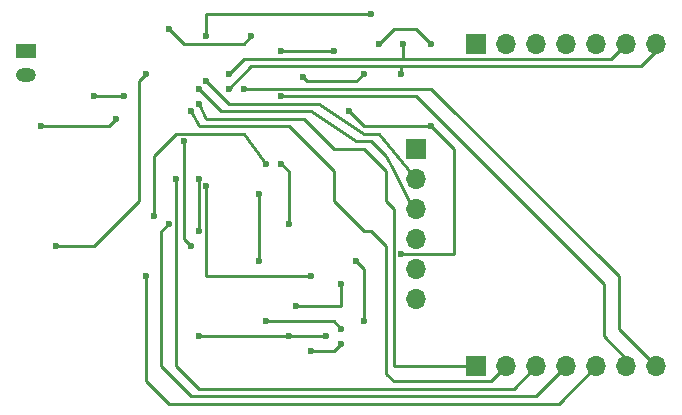
<source format=gbl>
G04 #@! TF.FileFunction,Copper,L2,Bot,Signal*
%FSLAX46Y46*%
G04 Gerber Fmt 4.6, Leading zero omitted, Abs format (unit mm)*
G04 Created by KiCad (PCBNEW 4.0.7-e1-6374~58~ubuntu16.04.1) date Wed Aug  2 10:41:50 2017*
%MOMM*%
%LPD*%
G01*
G04 APERTURE LIST*
%ADD10C,0.100000*%
%ADD11R,1.700000X1.200000*%
%ADD12O,1.700000X1.200000*%
%ADD13R,1.700000X1.700000*%
%ADD14O,1.700000X1.700000*%
%ADD15C,0.600000*%
%ADD16C,0.250000*%
G04 APERTURE END LIST*
D10*
D11*
X113030000Y-114300000D03*
D12*
X113030000Y-116300000D03*
D13*
X151130000Y-140970000D03*
D14*
X153670000Y-140970000D03*
X156210000Y-140970000D03*
X158750000Y-140970000D03*
X161290000Y-140970000D03*
X163830000Y-140970000D03*
X166370000Y-140970000D03*
D13*
X151130000Y-113665000D03*
D14*
X153670000Y-113665000D03*
X156210000Y-113665000D03*
X158750000Y-113665000D03*
X161290000Y-113665000D03*
X163830000Y-113665000D03*
X166370000Y-113665000D03*
D13*
X146050000Y-122555000D03*
D14*
X146050000Y-125095000D03*
X146050000Y-127635000D03*
X146050000Y-130175000D03*
X146050000Y-132715000D03*
X146050000Y-135255000D03*
D15*
X144780000Y-131445000D03*
X147320000Y-120650000D03*
X140335000Y-119380000D03*
X141605000Y-137160000D03*
X140970000Y-132080000D03*
X121285000Y-118110000D03*
X118745000Y-118110000D03*
X139065000Y-114300000D03*
X134620000Y-114300000D03*
X133350000Y-137160000D03*
X139700000Y-137795000D03*
X125095000Y-112395000D03*
X132080000Y-113030000D03*
X114300000Y-120650000D03*
X120650000Y-120015000D03*
X136485000Y-116520000D03*
X141605000Y-116205000D03*
X135255000Y-128905000D03*
X134620000Y-123825000D03*
X137160000Y-139700000D03*
X139700000Y-139065000D03*
X147320000Y-113665000D03*
X142875000Y-113665000D03*
X142240000Y-111125000D03*
X128270000Y-113030000D03*
X127635000Y-118745000D03*
X127000000Y-119380000D03*
X125730000Y-125095000D03*
X125095000Y-128905000D03*
X123190000Y-133350000D03*
X127635000Y-129540000D03*
X127635000Y-125095000D03*
X144950000Y-113665000D03*
X130175000Y-116205000D03*
X144780000Y-116205000D03*
X130175000Y-117475000D03*
X134620000Y-118110000D03*
X131445000Y-117475000D03*
X128270000Y-125730000D03*
X137160000Y-133350000D03*
X139700000Y-133985000D03*
X135890000Y-135890000D03*
X132715000Y-132080000D03*
X132715000Y-126365000D03*
X123825000Y-128270000D03*
X133350000Y-123825000D03*
X138430000Y-138430000D03*
X127000000Y-130810000D03*
X126365000Y-121920000D03*
X127635000Y-138430000D03*
X135255000Y-138430000D03*
X128270000Y-116840000D03*
X127635000Y-117475000D03*
X115570000Y-130810000D03*
X123190000Y-116205000D03*
D16*
X144780000Y-131445000D02*
X149225000Y-131445000D01*
X149225000Y-131445000D02*
X149225000Y-122555000D01*
X149225000Y-122555000D02*
X147320000Y-120650000D01*
X141605000Y-120650000D02*
X147320000Y-120650000D01*
X140335000Y-119380000D02*
X141605000Y-120650000D01*
X141605000Y-132715000D02*
X141605000Y-137160000D01*
X140970000Y-132080000D02*
X141605000Y-132715000D01*
X121285000Y-118110000D02*
X118745000Y-118110000D01*
X134620000Y-114300000D02*
X139065000Y-114300000D01*
X139065000Y-137160000D02*
X133350000Y-137160000D01*
X139700000Y-137795000D02*
X139065000Y-137160000D01*
X126365000Y-113665000D02*
X125095000Y-112395000D01*
X131445000Y-113665000D02*
X126365000Y-113665000D01*
X132080000Y-113030000D02*
X131445000Y-113665000D01*
X120015000Y-120650000D02*
X114300000Y-120650000D01*
X120650000Y-120015000D02*
X120015000Y-120650000D01*
X140970000Y-116840000D02*
X141605000Y-116205000D01*
X136805000Y-116840000D02*
X140970000Y-116840000D01*
X136805000Y-116840000D02*
X136485000Y-116520000D01*
X135255000Y-124460000D02*
X135255000Y-128905000D01*
X134620000Y-123825000D02*
X135255000Y-124460000D01*
X139065000Y-139700000D02*
X137160000Y-139700000D01*
X139700000Y-139065000D02*
X139065000Y-139700000D01*
X146050000Y-112395000D02*
X147320000Y-113665000D01*
X144145000Y-112395000D02*
X146050000Y-112395000D01*
X142875000Y-113665000D02*
X144145000Y-112395000D01*
X128270000Y-111125000D02*
X142240000Y-111125000D01*
X128270000Y-113030000D02*
X128270000Y-111125000D01*
X144145000Y-140970000D02*
X151130000Y-140970000D01*
X144145000Y-127635000D02*
X144145000Y-140970000D01*
X143510000Y-127000000D02*
X144145000Y-127635000D01*
X143510000Y-124460000D02*
X143510000Y-127000000D01*
X141605000Y-122555000D02*
X143510000Y-124460000D01*
X139065000Y-122555000D02*
X141605000Y-122555000D01*
X136525000Y-120015000D02*
X139065000Y-122555000D01*
X128270000Y-120015000D02*
X136525000Y-120015000D01*
X127635000Y-118745000D02*
X128270000Y-120015000D01*
X127000000Y-119380000D02*
X127635000Y-120650000D01*
X127635000Y-120650000D02*
X135255000Y-120650000D01*
X135255000Y-120650000D02*
X139065000Y-124460000D01*
X139065000Y-124460000D02*
X139065000Y-127000000D01*
X139065000Y-127000000D02*
X141605000Y-129540000D01*
X141605000Y-129540000D02*
X142240000Y-129540000D01*
X142240000Y-129540000D02*
X143510000Y-130810000D01*
X143510000Y-130810000D02*
X143510000Y-141605000D01*
X143510000Y-141605000D02*
X144145000Y-142240000D01*
X144145000Y-142240000D02*
X152400000Y-142240000D01*
X152400000Y-142240000D02*
X153670000Y-140970000D01*
X153670000Y-140970000D02*
X153670000Y-141605000D01*
X154305000Y-142875000D02*
X156210000Y-140970000D01*
X127635000Y-142875000D02*
X154305000Y-142875000D01*
X125730000Y-140970000D02*
X127635000Y-142875000D01*
X125730000Y-125095000D02*
X125730000Y-140970000D01*
X156210000Y-143510000D02*
X158750000Y-140970000D01*
X127000000Y-143510000D02*
X156210000Y-143510000D01*
X124460000Y-140970000D02*
X127000000Y-143510000D01*
X124460000Y-129540000D02*
X124460000Y-140970000D01*
X125095000Y-128905000D02*
X124460000Y-129540000D01*
X158115000Y-144145000D02*
X161290000Y-140970000D01*
X125095000Y-144145000D02*
X158115000Y-144145000D01*
X123190000Y-142240000D02*
X125095000Y-144145000D01*
X123190000Y-133350000D02*
X123190000Y-142240000D01*
X127635000Y-125095000D02*
X127635000Y-129540000D01*
X144950000Y-113665000D02*
X144950000Y-114935000D01*
X144950000Y-114935000D02*
X145415000Y-114935000D01*
X162560000Y-114935000D02*
X163830000Y-113665000D01*
X131445000Y-114935000D02*
X145415000Y-114935000D01*
X145415000Y-114935000D02*
X146685000Y-114935000D01*
X146685000Y-114935000D02*
X162560000Y-114935000D01*
X130175000Y-116205000D02*
X131445000Y-114935000D01*
X144780000Y-115570000D02*
X144780000Y-116205000D01*
X166370000Y-113665000D02*
X166370000Y-114300000D01*
X166370000Y-114300000D02*
X165100000Y-115570000D01*
X165100000Y-115570000D02*
X148590000Y-115570000D01*
X148590000Y-115570000D02*
X144780000Y-115570000D01*
X144780000Y-115570000D02*
X132080000Y-115570000D01*
X132080000Y-115570000D02*
X130175000Y-117475000D01*
X163830000Y-140970000D02*
X163830000Y-140335000D01*
X163830000Y-140335000D02*
X161925000Y-138430000D01*
X161925000Y-138430000D02*
X161925000Y-133985000D01*
X161925000Y-133985000D02*
X146050000Y-118110000D01*
X146050000Y-118110000D02*
X135890000Y-118110000D01*
X135890000Y-118110000D02*
X134620000Y-118110000D01*
X163195000Y-137795000D02*
X166370000Y-140970000D01*
X163195000Y-133350000D02*
X163195000Y-137795000D01*
X147320000Y-117475000D02*
X163195000Y-133350000D01*
X135890000Y-117475000D02*
X147320000Y-117475000D01*
X131445000Y-117475000D02*
X135890000Y-117475000D01*
X128270000Y-133350000D02*
X128270000Y-125730000D01*
X137160000Y-133350000D02*
X128270000Y-133350000D01*
X139700000Y-135890000D02*
X139700000Y-133985000D01*
X135890000Y-135890000D02*
X139700000Y-135890000D01*
X132715000Y-126365000D02*
X132715000Y-132080000D01*
X123825000Y-123190000D02*
X123825000Y-128270000D01*
X125730000Y-121285000D02*
X123825000Y-123190000D01*
X131445000Y-121285000D02*
X125730000Y-121285000D01*
X133350000Y-123825000D02*
X131445000Y-121285000D01*
X138430000Y-138430000D02*
X135255000Y-138430000D01*
X127000000Y-130810000D02*
X127000000Y-130810000D01*
X126365000Y-130175000D02*
X127000000Y-130810000D01*
X126365000Y-121920000D02*
X126365000Y-130175000D01*
X127635000Y-138430000D02*
X135255000Y-138430000D01*
X142875000Y-121285000D02*
X142875000Y-121285000D01*
X128270000Y-116840000D02*
X130175000Y-118745000D01*
X130175000Y-118745000D02*
X137795000Y-118745000D01*
X137795000Y-118745000D02*
X141605000Y-121285000D01*
X141605000Y-121285000D02*
X142875000Y-121285000D01*
X142875000Y-121285000D02*
X146050000Y-125095000D01*
X146050000Y-127635000D02*
X145415000Y-127000000D01*
X142240000Y-121920000D02*
X143510000Y-123190000D01*
X143510000Y-123190000D02*
X144145000Y-124460000D01*
X144145000Y-124460000D02*
X145415000Y-127000000D01*
X137160000Y-119380000D02*
X140970000Y-121920000D01*
X129540000Y-119380000D02*
X137160000Y-119380000D01*
X127635000Y-117475000D02*
X129540000Y-119380000D01*
X140970000Y-121920000D02*
X142240000Y-121920000D01*
X118745000Y-130810000D02*
X115570000Y-130810000D01*
X122555000Y-127000000D02*
X118745000Y-130810000D01*
X122555000Y-116840000D02*
X122555000Y-127000000D01*
X123190000Y-116205000D02*
X122555000Y-116840000D01*
M02*

</source>
